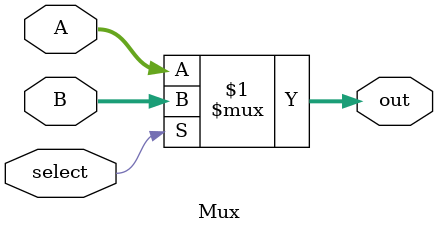
<source format=v>
module Mux(
  input [63:0] A,
  input [63:0] B,
  input select,
  output [63:0] out
  );
  
  assign out = select ? B : A;
endmodule
</source>
